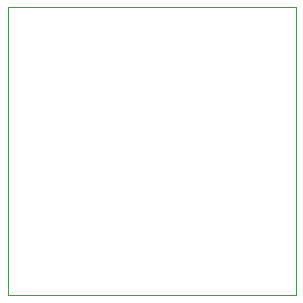
<source format=gbr>
%TF.GenerationSoftware,KiCad,Pcbnew,9.0.4*%
%TF.CreationDate,2025-11-13T11:22:40+01:00*%
%TF.ProjectId,Neptune-32x-315-5818-bypass,4e657074-756e-4652-9d33-32782d333135,rev?*%
%TF.SameCoordinates,Original*%
%TF.FileFunction,Profile,NP*%
%FSLAX46Y46*%
G04 Gerber Fmt 4.6, Leading zero omitted, Abs format (unit mm)*
G04 Created by KiCad (PCBNEW 9.0.4) date 2025-11-13 11:22:40*
%MOMM*%
%LPD*%
G01*
G04 APERTURE LIST*
%TA.AperFunction,Profile*%
%ADD10C,0.100000*%
%TD*%
G04 APERTURE END LIST*
%TO.C,IC1*%
D10*
X124936800Y-76758400D02*
X149320800Y-76758400D01*
X149320800Y-101142400D01*
X124936800Y-101142400D01*
X124936800Y-76758400D01*
%TD*%
M02*

</source>
